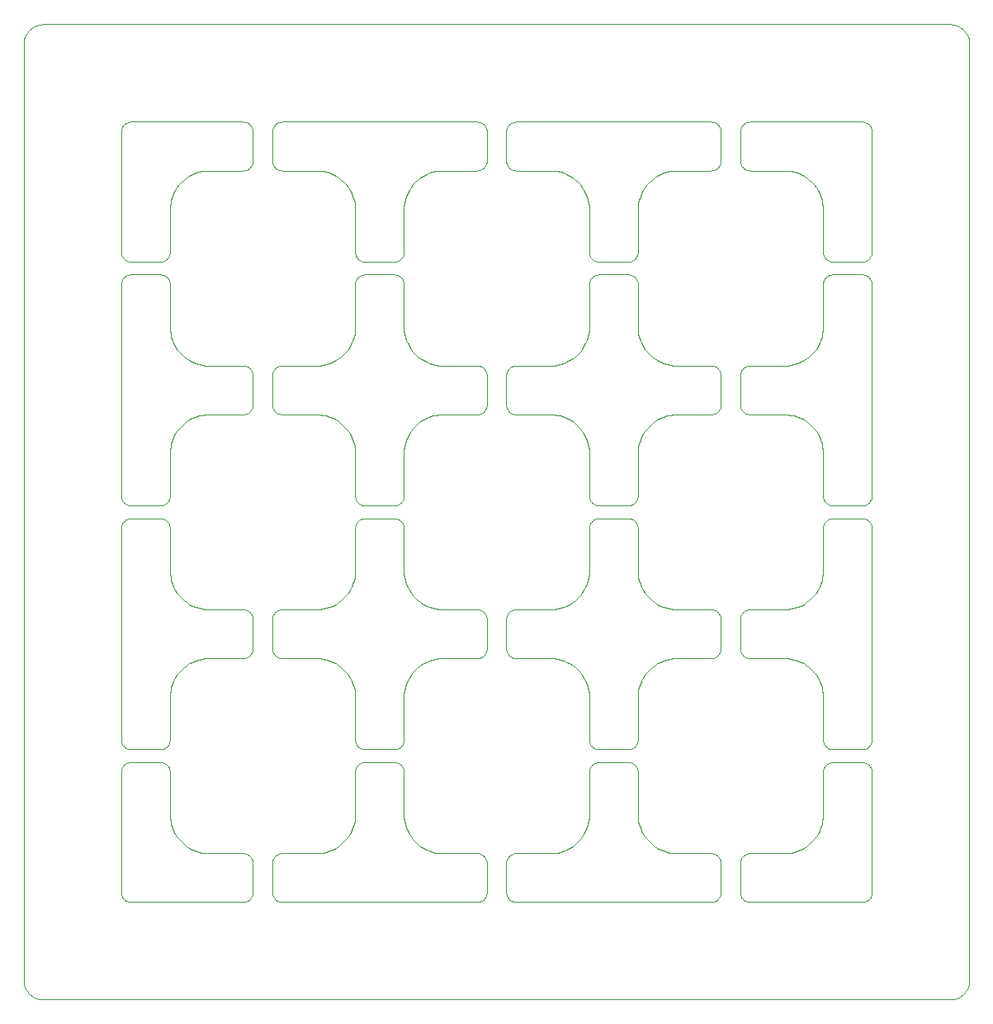
<source format=gko>
%MOIN*%
%OFA0B0*%
%FSLAX36Y36*%
%IPPOS*%
%LPD*%
%ADD10C,0*%
D10*
X003740156Y000000000D02*
X003740156Y000000000D01*
X003749647Y000000573D01*
X003759000Y000002287D01*
X003768078Y000005115D01*
X003776748Y000009018D01*
X003784885Y000013937D01*
X003792370Y000019801D01*
X003799094Y000026524D01*
X003804958Y000034009D01*
X003809877Y000042146D01*
X003813779Y000050817D01*
X003816608Y000059895D01*
X003818322Y000069248D01*
X003818896Y000078739D01*
X003818896Y003858266D01*
X003818322Y003867757D01*
X003816608Y003877110D01*
X003813779Y003886188D01*
X003809877Y003894859D01*
X003804958Y003902996D01*
X003799094Y003910481D01*
X003792370Y003917204D01*
X003784885Y003923068D01*
X003776748Y003927987D01*
X003768078Y003931891D01*
X003759000Y003934718D01*
X003749647Y003936432D01*
X003740156Y003937006D01*
X000078739Y003937006D01*
X000069248Y003936432D01*
X000059895Y003934718D01*
X000050817Y003931891D01*
X000042146Y003927987D01*
X000034009Y003923068D01*
X000026524Y003917204D01*
X000019801Y003910481D01*
X000013937Y003902996D01*
X000009018Y003894859D01*
X000005115Y003886188D01*
X000002287Y003877110D01*
X000000573Y003867757D01*
X000000000Y003858266D01*
X000000000Y000078739D01*
X000000573Y000069248D01*
X000002287Y000059895D01*
X000005115Y000050817D01*
X000009018Y000042146D01*
X000013937Y000034009D01*
X000019801Y000026524D01*
X000026524Y000019801D01*
X000034009Y000013937D01*
X000042146Y000009018D01*
X000050817Y000005115D01*
X000059895Y000002287D01*
X000069248Y000000573D01*
X000078739Y000000000D01*
X003740156Y000000000D01*
X002283464Y002204724D02*
X002283464Y002204724D01*
X002282866Y002218448D01*
X002281070Y002232070D01*
X002278098Y002245484D01*
X002273968Y002258586D01*
X002268708Y002271279D01*
X002262365Y002283464D01*
X002254983Y002295051D01*
X002246622Y002305952D01*
X002237338Y002316078D01*
X002227212Y002325362D01*
X002216311Y002333724D01*
X002204724Y002341105D01*
X002192539Y002347448D01*
X002179846Y002352708D01*
X002166744Y002356838D01*
X002153330Y002359811D01*
X002139708Y002361606D01*
X002125984Y002362204D01*
X001988090Y002362204D01*
X001985001Y002362326D01*
X001981931Y002362689D01*
X001978899Y002363292D01*
X001975924Y002364131D01*
X001973024Y002365201D01*
X001970216Y002366495D01*
X001967519Y002368006D01*
X001964949Y002369723D01*
X001962521Y002371637D01*
X001960251Y002373735D01*
X001958153Y002376005D01*
X001956239Y002378433D01*
X001954521Y002381003D01*
X001953011Y002383701D01*
X001951717Y002386508D01*
X001950647Y002389408D01*
X001949808Y002392384D01*
X001949205Y002395415D01*
X001948841Y002398485D01*
X001948720Y002401574D01*
X001948720Y002519685D01*
X001948841Y002522773D01*
X001949205Y002525843D01*
X001949808Y002528875D01*
X001950647Y002531851D01*
X001951717Y002534751D01*
X001953011Y002537558D01*
X001954521Y002540255D01*
X001956239Y002542826D01*
X001958153Y002545253D01*
X001960251Y002547523D01*
X001962521Y002549622D01*
X001964949Y002551536D01*
X001967519Y002553253D01*
X001970216Y002554764D01*
X001973024Y002556058D01*
X001975924Y002557128D01*
X001978899Y002557967D01*
X001981931Y002558570D01*
X001985001Y002558933D01*
X001988090Y002559055D01*
X002125984Y002559055D01*
X002139708Y002559653D01*
X002153330Y002561448D01*
X002166744Y002564421D01*
X002179846Y002568551D01*
X002192539Y002573811D01*
X002204724Y002580153D01*
X002216311Y002587535D01*
X002227212Y002595897D01*
X002237338Y002605181D01*
X002246622Y002615311D01*
X002254983Y002626208D01*
X002262365Y002637795D01*
X002268708Y002649980D01*
X002273968Y002662673D01*
X002278098Y002675775D01*
X002281070Y002689188D01*
X002282866Y002702811D01*
X002283464Y002716535D01*
X002283464Y002887468D01*
X002283585Y002890556D01*
X002283949Y002893626D01*
X002284552Y002896658D01*
X002285391Y002899634D01*
X002286461Y002902534D01*
X002287755Y002905341D01*
X002289266Y002908038D01*
X002290983Y002910609D01*
X002292897Y002913036D01*
X002294995Y002915306D01*
X002297265Y002917405D01*
X002299693Y002919319D01*
X002302263Y002921036D01*
X002304961Y002922547D01*
X002307768Y002923841D01*
X002310668Y002924911D01*
X002313643Y002925750D01*
X002316675Y002926353D01*
X002319745Y002926716D01*
X002322834Y002926838D01*
X002440944Y002926838D01*
X002444033Y002926716D01*
X002447103Y002926353D01*
X002450135Y002925750D01*
X002453110Y002924911D01*
X002456011Y002923841D01*
X002458818Y002922547D01*
X002461515Y002921036D01*
X002464086Y002919319D01*
X002466513Y002917405D01*
X002468783Y002915306D01*
X002470882Y002913036D01*
X002472795Y002910609D01*
X002474513Y002908038D01*
X002476023Y002905341D01*
X002477318Y002902534D01*
X002478388Y002899634D01*
X002479227Y002896658D01*
X002479830Y002893626D01*
X002480193Y002890556D01*
X002480314Y002887468D01*
X002480314Y002716535D01*
X002480913Y002702811D01*
X002482708Y002689188D01*
X002485681Y002675775D01*
X002489811Y002662673D01*
X002495070Y002649980D01*
X002501413Y002637795D01*
X002508795Y002626208D01*
X002517157Y002615311D01*
X002526440Y002605181D01*
X002536570Y002595897D01*
X002547468Y002587535D01*
X002559055Y002580153D01*
X002571240Y002573811D01*
X002583933Y002568551D01*
X002597035Y002564421D01*
X002610448Y002561448D01*
X002624070Y002559653D01*
X002637795Y002559055D01*
X002775689Y002559055D01*
X002778777Y002558933D01*
X002781847Y002558570D01*
X002784879Y002557967D01*
X002787855Y002557128D01*
X002790755Y002556058D01*
X002793562Y002554764D01*
X002796259Y002553253D01*
X002798830Y002551536D01*
X002801257Y002549622D01*
X002803527Y002547523D01*
X002805626Y002545253D01*
X002807540Y002542826D01*
X002809257Y002540255D01*
X002810768Y002537558D01*
X002812062Y002534751D01*
X002813132Y002531851D01*
X002813971Y002528875D01*
X002814574Y002525843D01*
X002814937Y002522773D01*
X002815059Y002519685D01*
X002815059Y002401574D01*
X002814937Y002398485D01*
X002814574Y002395415D01*
X002813971Y002392384D01*
X002813132Y002389408D01*
X002812062Y002386508D01*
X002810768Y002383701D01*
X002809257Y002381003D01*
X002807540Y002378433D01*
X002805626Y002376005D01*
X002803527Y002373735D01*
X002801257Y002371637D01*
X002798830Y002369723D01*
X002796259Y002368006D01*
X002793562Y002366495D01*
X002790755Y002365201D01*
X002787855Y002364131D01*
X002784879Y002363292D01*
X002781847Y002362689D01*
X002778777Y002362326D01*
X002775689Y002362204D01*
X002637795Y002362204D01*
X002624070Y002361606D01*
X002610448Y002359811D01*
X002597035Y002356838D01*
X002583933Y002352708D01*
X002571240Y002347448D01*
X002559055Y002341105D01*
X002547468Y002333724D01*
X002536570Y002325362D01*
X002526440Y002316078D01*
X002517157Y002305952D01*
X002508795Y002295051D01*
X002501413Y002283464D01*
X002495070Y002271279D01*
X002489811Y002258586D01*
X002485681Y002245484D01*
X002482708Y002232070D01*
X002480913Y002218448D01*
X002480314Y002204724D01*
X002480314Y002033791D01*
X002480193Y002030702D01*
X002479830Y002027632D01*
X002479227Y002024601D01*
X002478388Y002021625D01*
X002477318Y002018725D01*
X002476023Y002015918D01*
X002474513Y002013221D01*
X002472795Y002010650D01*
X002470882Y002008223D01*
X002468783Y002005952D01*
X002466513Y002003854D01*
X002464086Y002001940D01*
X002461515Y002000223D01*
X002458818Y001998712D01*
X002456011Y001997418D01*
X002453110Y001996348D01*
X002450135Y001995509D01*
X002447103Y001994906D01*
X002444033Y001994543D01*
X002440944Y001994421D01*
X002322834Y001994421D01*
X002319745Y001994543D01*
X002316675Y001994906D01*
X002313643Y001995509D01*
X002310668Y001996348D01*
X002307768Y001997418D01*
X002304961Y001998712D01*
X002302263Y002000223D01*
X002299693Y002001940D01*
X002297265Y002003854D01*
X002294995Y002005952D01*
X002292897Y002008223D01*
X002290983Y002010650D01*
X002289266Y002013221D01*
X002287755Y002015918D01*
X002286461Y002018725D01*
X002285391Y002021625D01*
X002284552Y002024601D01*
X002283949Y002027632D01*
X002283585Y002030702D01*
X002283464Y002033791D01*
X002283464Y002204724D01*
X001338582Y002204724D02*
X001338582Y002204724D01*
X001337984Y002218448D01*
X001336188Y002232070D01*
X001333216Y002245484D01*
X001329086Y002258586D01*
X001323826Y002271279D01*
X001317483Y002283464D01*
X001310101Y002295051D01*
X001301740Y002305952D01*
X001292456Y002316078D01*
X001282330Y002325362D01*
X001271429Y002333724D01*
X001259842Y002341105D01*
X001247657Y002347448D01*
X001234964Y002352708D01*
X001221862Y002356838D01*
X001208448Y002359811D01*
X001194826Y002361606D01*
X001181102Y002362204D01*
X001043208Y002362204D01*
X001040119Y002362326D01*
X001037049Y002362689D01*
X001034017Y002363292D01*
X001031042Y002364131D01*
X001028142Y002365201D01*
X001025334Y002366495D01*
X001022637Y002368006D01*
X001020067Y002369723D01*
X001017639Y002371637D01*
X001015369Y002373735D01*
X001013271Y002376005D01*
X001011357Y002378433D01*
X001009640Y002381003D01*
X001008129Y002383701D01*
X001006835Y002386508D01*
X001005765Y002389408D01*
X001004926Y002392384D01*
X001004323Y002395415D01*
X001003959Y002398485D01*
X001003838Y002401574D01*
X001003838Y002519685D01*
X001003959Y002522773D01*
X001004323Y002525843D01*
X001004926Y002528875D01*
X001005765Y002531851D01*
X001006835Y002534751D01*
X001008129Y002537558D01*
X001009640Y002540255D01*
X001011357Y002542826D01*
X001013271Y002545253D01*
X001015369Y002547523D01*
X001017639Y002549622D01*
X001020067Y002551536D01*
X001022637Y002553253D01*
X001025334Y002554764D01*
X001028142Y002556058D01*
X001031042Y002557128D01*
X001034017Y002557967D01*
X001037049Y002558570D01*
X001040119Y002558933D01*
X001043208Y002559055D01*
X001181102Y002559055D01*
X001194826Y002559653D01*
X001208448Y002561448D01*
X001221862Y002564421D01*
X001234964Y002568551D01*
X001247657Y002573811D01*
X001259842Y002580153D01*
X001271429Y002587535D01*
X001282330Y002595897D01*
X001292456Y002605181D01*
X001301740Y002615311D01*
X001310101Y002626208D01*
X001317483Y002637795D01*
X001323826Y002649980D01*
X001329086Y002662673D01*
X001333216Y002675775D01*
X001336188Y002689188D01*
X001337984Y002702811D01*
X001338582Y002716535D01*
X001338582Y002887468D01*
X001338704Y002890556D01*
X001339067Y002893626D01*
X001339670Y002896658D01*
X001340509Y002899634D01*
X001341579Y002902534D01*
X001342873Y002905341D01*
X001344384Y002908038D01*
X001346101Y002910609D01*
X001348015Y002913036D01*
X001350113Y002915306D01*
X001352383Y002917405D01*
X001354811Y002919319D01*
X001357381Y002921036D01*
X001360079Y002922547D01*
X001362886Y002923841D01*
X001365786Y002924911D01*
X001368761Y002925750D01*
X001371793Y002926353D01*
X001374863Y002926716D01*
X001377952Y002926838D01*
X001496062Y002926838D01*
X001499151Y002926716D01*
X001502221Y002926353D01*
X001505253Y002925750D01*
X001508229Y002924911D01*
X001511129Y002923841D01*
X001513936Y002922547D01*
X001516633Y002921036D01*
X001519204Y002919319D01*
X001521631Y002917405D01*
X001523901Y002915306D01*
X001526000Y002913036D01*
X001527914Y002910609D01*
X001529631Y002908038D01*
X001531141Y002905341D01*
X001532436Y002902534D01*
X001533506Y002899634D01*
X001534345Y002896658D01*
X001534948Y002893626D01*
X001535311Y002890556D01*
X001535433Y002887468D01*
X001535433Y002716535D01*
X001536031Y002702811D01*
X001537826Y002689188D01*
X001540799Y002675775D01*
X001544929Y002662673D01*
X001550188Y002649980D01*
X001556531Y002637795D01*
X001563913Y002626208D01*
X001572275Y002615311D01*
X001581559Y002605181D01*
X001591688Y002595897D01*
X001602586Y002587535D01*
X001614173Y002580153D01*
X001626358Y002573811D01*
X001639051Y002568551D01*
X001652153Y002564421D01*
X001665566Y002561448D01*
X001679188Y002559653D01*
X001692913Y002559055D01*
X001830807Y002559055D01*
X001833896Y002558933D01*
X001836965Y002558570D01*
X001839997Y002557967D01*
X001842973Y002557128D01*
X001845873Y002556058D01*
X001848680Y002554764D01*
X001851377Y002553253D01*
X001853948Y002551536D01*
X001856375Y002549622D01*
X001858645Y002547523D01*
X001860744Y002545253D01*
X001862658Y002542826D01*
X001864375Y002540255D01*
X001865886Y002537558D01*
X001867180Y002534751D01*
X001868250Y002531851D01*
X001869089Y002528875D01*
X001869692Y002525843D01*
X001870055Y002522773D01*
X001870177Y002519685D01*
X001870177Y002401574D01*
X001870055Y002398485D01*
X001869692Y002395415D01*
X001869089Y002392384D01*
X001868250Y002389408D01*
X001867180Y002386508D01*
X001865886Y002383701D01*
X001864375Y002381003D01*
X001862658Y002378433D01*
X001860744Y002376005D01*
X001858645Y002373735D01*
X001856375Y002371637D01*
X001853948Y002369723D01*
X001851377Y002368006D01*
X001848680Y002366495D01*
X001845873Y002365201D01*
X001842973Y002364131D01*
X001839997Y002363292D01*
X001836965Y002362689D01*
X001833896Y002362326D01*
X001830807Y002362204D01*
X001692913Y002362204D01*
X001679188Y002361606D01*
X001665566Y002359811D01*
X001652153Y002356838D01*
X001639051Y002352708D01*
X001626358Y002347448D01*
X001614173Y002341105D01*
X001602586Y002333724D01*
X001591688Y002325362D01*
X001581559Y002316078D01*
X001572275Y002305952D01*
X001563913Y002295051D01*
X001556531Y002283464D01*
X001550188Y002271279D01*
X001544929Y002258586D01*
X001540799Y002245484D01*
X001537826Y002232070D01*
X001536031Y002218448D01*
X001535433Y002204724D01*
X001535433Y002033791D01*
X001535311Y002030702D01*
X001534948Y002027632D01*
X001534345Y002024601D01*
X001533506Y002021625D01*
X001532436Y002018725D01*
X001531141Y002015918D01*
X001529631Y002013221D01*
X001527914Y002010650D01*
X001526000Y002008223D01*
X001523901Y002005952D01*
X001521631Y002003854D01*
X001519204Y002001940D01*
X001516633Y002000223D01*
X001513936Y001998712D01*
X001511129Y001997418D01*
X001508229Y001996348D01*
X001505253Y001995509D01*
X001502221Y001994906D01*
X001499151Y001994543D01*
X001496062Y001994421D01*
X001377952Y001994421D01*
X001374863Y001994543D01*
X001371793Y001994906D01*
X001368761Y001995509D01*
X001365786Y001996348D01*
X001362886Y001997418D01*
X001360079Y001998712D01*
X001357381Y002000223D01*
X001354811Y002001940D01*
X001352383Y002003854D01*
X001350113Y002005952D01*
X001348015Y002008223D01*
X001346101Y002010650D01*
X001344384Y002013221D01*
X001342873Y002015918D01*
X001341579Y002018725D01*
X001340509Y002021625D01*
X001339670Y002024601D01*
X001339067Y002027632D01*
X001338704Y002030702D01*
X001338582Y002033791D01*
X001338582Y002204724D01*
X002283464Y001220472D02*
X002283464Y001220472D01*
X002282866Y001234196D01*
X002281070Y001247818D01*
X002278098Y001261232D01*
X002273968Y001274334D01*
X002268708Y001287027D01*
X002262365Y001299212D01*
X002254983Y001310799D01*
X002246622Y001321700D01*
X002237338Y001331826D01*
X002227212Y001341110D01*
X002216311Y001349472D01*
X002204724Y001356853D01*
X002192539Y001363196D01*
X002179846Y001368456D01*
X002166744Y001372586D01*
X002153330Y001375559D01*
X002139708Y001377354D01*
X002125984Y001377952D01*
X001988090Y001377952D01*
X001985001Y001378074D01*
X001981931Y001378437D01*
X001978899Y001379040D01*
X001975924Y001379879D01*
X001973024Y001380949D01*
X001970216Y001382243D01*
X001967519Y001383754D01*
X001964949Y001385471D01*
X001962521Y001387385D01*
X001960251Y001389483D01*
X001958153Y001391754D01*
X001956239Y001394181D01*
X001954521Y001396752D01*
X001953011Y001399449D01*
X001951717Y001402256D01*
X001950647Y001405156D01*
X001949808Y001408132D01*
X001949205Y001411163D01*
X001948841Y001414233D01*
X001948720Y001417322D01*
X001948720Y001535433D01*
X001948841Y001538522D01*
X001949205Y001541591D01*
X001949808Y001544623D01*
X001950647Y001547599D01*
X001951717Y001550499D01*
X001953011Y001553306D01*
X001954521Y001556003D01*
X001956239Y001558574D01*
X001958153Y001561001D01*
X001960251Y001563271D01*
X001962521Y001565370D01*
X001964949Y001567284D01*
X001967519Y001569001D01*
X001970216Y001570512D01*
X001973024Y001571806D01*
X001975924Y001572876D01*
X001978899Y001573715D01*
X001981931Y001574318D01*
X001985001Y001574681D01*
X001988090Y001574803D01*
X002125984Y001574803D01*
X002139708Y001575401D01*
X002153330Y001577196D01*
X002166744Y001580169D01*
X002179846Y001584299D01*
X002192539Y001589559D01*
X002204724Y001595901D01*
X002216311Y001603283D01*
X002227212Y001611645D01*
X002237338Y001620929D01*
X002246622Y001631059D01*
X002254983Y001641956D01*
X002262365Y001653543D01*
X002268708Y001665728D01*
X002273968Y001678421D01*
X002278098Y001691523D01*
X002281070Y001704937D01*
X002282866Y001718559D01*
X002283464Y001732283D01*
X002283464Y001903216D01*
X002283585Y001906304D01*
X002283949Y001909374D01*
X002284552Y001912406D01*
X002285391Y001915382D01*
X002286461Y001918282D01*
X002287755Y001921089D01*
X002289266Y001923786D01*
X002290983Y001926357D01*
X002292897Y001928784D01*
X002294995Y001931054D01*
X002297265Y001933153D01*
X002299693Y001935067D01*
X002302263Y001936784D01*
X002304961Y001938295D01*
X002307768Y001939589D01*
X002310668Y001940659D01*
X002313643Y001941498D01*
X002316675Y001942101D01*
X002319745Y001942464D01*
X002322834Y001942586D01*
X002440944Y001942586D01*
X002444033Y001942464D01*
X002447103Y001942101D01*
X002450135Y001941498D01*
X002453110Y001940659D01*
X002456011Y001939589D01*
X002458818Y001938295D01*
X002461515Y001936784D01*
X002464086Y001935067D01*
X002466513Y001933153D01*
X002468783Y001931054D01*
X002470882Y001928784D01*
X002472795Y001926357D01*
X002474513Y001923786D01*
X002476023Y001921089D01*
X002477318Y001918282D01*
X002478388Y001915382D01*
X002479227Y001912406D01*
X002479830Y001909374D01*
X002480193Y001906304D01*
X002480314Y001903216D01*
X002480314Y001732283D01*
X002480913Y001718559D01*
X002482708Y001704937D01*
X002485681Y001691523D01*
X002489811Y001678421D01*
X002495070Y001665728D01*
X002501413Y001653543D01*
X002508795Y001641956D01*
X002517157Y001631059D01*
X002526440Y001620929D01*
X002536570Y001611645D01*
X002547468Y001603283D01*
X002559055Y001595901D01*
X002571240Y001589559D01*
X002583933Y001584299D01*
X002597035Y001580169D01*
X002610448Y001577196D01*
X002624070Y001575401D01*
X002637795Y001574803D01*
X002775689Y001574803D01*
X002778777Y001574681D01*
X002781847Y001574318D01*
X002784879Y001573715D01*
X002787855Y001572876D01*
X002790755Y001571806D01*
X002793562Y001570512D01*
X002796259Y001569001D01*
X002798830Y001567284D01*
X002801257Y001565370D01*
X002803527Y001563271D01*
X002805626Y001561001D01*
X002807540Y001558574D01*
X002809257Y001556003D01*
X002810768Y001553306D01*
X002812062Y001550499D01*
X002813132Y001547599D01*
X002813971Y001544623D01*
X002814574Y001541591D01*
X002814937Y001538522D01*
X002815059Y001535433D01*
X002815059Y001417322D01*
X002814937Y001414233D01*
X002814574Y001411163D01*
X002813971Y001408132D01*
X002813132Y001405156D01*
X002812062Y001402256D01*
X002810768Y001399449D01*
X002809257Y001396752D01*
X002807540Y001394181D01*
X002805626Y001391754D01*
X002803527Y001389483D01*
X002801257Y001387385D01*
X002798830Y001385471D01*
X002796259Y001383754D01*
X002793562Y001382243D01*
X002790755Y001380949D01*
X002787855Y001379879D01*
X002784879Y001379040D01*
X002781847Y001378437D01*
X002778777Y001378074D01*
X002775689Y001377952D01*
X002637795Y001377952D01*
X002624070Y001377354D01*
X002610448Y001375559D01*
X002597035Y001372586D01*
X002583933Y001368456D01*
X002571240Y001363196D01*
X002559055Y001356853D01*
X002547468Y001349472D01*
X002536570Y001341110D01*
X002526440Y001331826D01*
X002517157Y001321700D01*
X002508795Y001310799D01*
X002501413Y001299212D01*
X002495070Y001287027D01*
X002489811Y001274334D01*
X002485681Y001261232D01*
X002482708Y001247818D01*
X002480913Y001234196D01*
X002480314Y001220472D01*
X002480314Y001049539D01*
X002480193Y001046450D01*
X002479830Y001043381D01*
X002479227Y001040349D01*
X002478388Y001037373D01*
X002477318Y001034473D01*
X002476023Y001031666D01*
X002474513Y001028969D01*
X002472795Y001026398D01*
X002470882Y001023971D01*
X002468783Y001021701D01*
X002466513Y001019602D01*
X002464086Y001017688D01*
X002461515Y001015971D01*
X002458818Y001014460D01*
X002456011Y001013166D01*
X002453110Y001012096D01*
X002450135Y001011257D01*
X002447103Y001010654D01*
X002444033Y001010291D01*
X002440944Y001010169D01*
X002322834Y001010169D01*
X002319745Y001010291D01*
X002316675Y001010654D01*
X002313643Y001011257D01*
X002310668Y001012096D01*
X002307768Y001013166D01*
X002304961Y001014460D01*
X002302263Y001015971D01*
X002299693Y001017688D01*
X002297265Y001019602D01*
X002294995Y001021701D01*
X002292897Y001023971D01*
X002290983Y001026398D01*
X002289266Y001028969D01*
X002287755Y001031666D01*
X002286461Y001034473D01*
X002285391Y001037373D01*
X002284552Y001040349D01*
X002283949Y001043381D01*
X002283585Y001046450D01*
X002283464Y001049539D01*
X002283464Y001220472D01*
X001338582Y001220472D02*
X001338582Y001220472D01*
X001337984Y001234196D01*
X001336188Y001247818D01*
X001333216Y001261232D01*
X001329086Y001274334D01*
X001323826Y001287027D01*
X001317483Y001299212D01*
X001310101Y001310799D01*
X001301740Y001321700D01*
X001292456Y001331826D01*
X001282330Y001341110D01*
X001271429Y001349472D01*
X001259842Y001356853D01*
X001247657Y001363196D01*
X001234964Y001368456D01*
X001221862Y001372586D01*
X001208448Y001375559D01*
X001194826Y001377354D01*
X001181102Y001377952D01*
X001043208Y001377952D01*
X001040119Y001378074D01*
X001037049Y001378437D01*
X001034017Y001379040D01*
X001031042Y001379879D01*
X001028142Y001380949D01*
X001025334Y001382243D01*
X001022637Y001383754D01*
X001020067Y001385471D01*
X001017639Y001387385D01*
X001015369Y001389483D01*
X001013271Y001391754D01*
X001011357Y001394181D01*
X001009640Y001396752D01*
X001008129Y001399449D01*
X001006835Y001402256D01*
X001005765Y001405156D01*
X001004926Y001408132D01*
X001004323Y001411163D01*
X001003959Y001414233D01*
X001003838Y001417322D01*
X001003838Y001535433D01*
X001003959Y001538522D01*
X001004323Y001541591D01*
X001004926Y001544623D01*
X001005765Y001547599D01*
X001006835Y001550499D01*
X001008129Y001553306D01*
X001009640Y001556003D01*
X001011357Y001558574D01*
X001013271Y001561001D01*
X001015369Y001563271D01*
X001017639Y001565370D01*
X001020067Y001567284D01*
X001022637Y001569001D01*
X001025334Y001570512D01*
X001028142Y001571806D01*
X001031042Y001572876D01*
X001034017Y001573715D01*
X001037049Y001574318D01*
X001040119Y001574681D01*
X001043208Y001574803D01*
X001181102Y001574803D01*
X001194826Y001575401D01*
X001208448Y001577196D01*
X001221862Y001580169D01*
X001234964Y001584299D01*
X001247657Y001589559D01*
X001259842Y001595901D01*
X001271429Y001603283D01*
X001282330Y001611645D01*
X001292456Y001620929D01*
X001301740Y001631059D01*
X001310101Y001641956D01*
X001317483Y001653543D01*
X001323826Y001665728D01*
X001329086Y001678421D01*
X001333216Y001691523D01*
X001336188Y001704937D01*
X001337984Y001718559D01*
X001338582Y001732283D01*
X001338582Y001903216D01*
X001338704Y001906304D01*
X001339067Y001909374D01*
X001339670Y001912406D01*
X001340509Y001915382D01*
X001341579Y001918282D01*
X001342873Y001921089D01*
X001344384Y001923786D01*
X001346101Y001926357D01*
X001348015Y001928784D01*
X001350113Y001931054D01*
X001352383Y001933153D01*
X001354811Y001935067D01*
X001357381Y001936784D01*
X001360079Y001938295D01*
X001362886Y001939589D01*
X001365786Y001940659D01*
X001368761Y001941498D01*
X001371793Y001942101D01*
X001374863Y001942464D01*
X001377952Y001942586D01*
X001496062Y001942586D01*
X001499151Y001942464D01*
X001502221Y001942101D01*
X001505253Y001941498D01*
X001508229Y001940659D01*
X001511129Y001939589D01*
X001513936Y001938295D01*
X001516633Y001936784D01*
X001519204Y001935067D01*
X001521631Y001933153D01*
X001523901Y001931054D01*
X001526000Y001928784D01*
X001527914Y001926357D01*
X001529631Y001923786D01*
X001531141Y001921089D01*
X001532436Y001918282D01*
X001533506Y001915382D01*
X001534345Y001912406D01*
X001534948Y001909374D01*
X001535311Y001906304D01*
X001535433Y001903216D01*
X001535433Y001732283D01*
X001536031Y001718559D01*
X001537826Y001704937D01*
X001540799Y001691523D01*
X001544929Y001678421D01*
X001550188Y001665728D01*
X001556531Y001653543D01*
X001563913Y001641956D01*
X001572275Y001631059D01*
X001581559Y001620929D01*
X001591688Y001611645D01*
X001602586Y001603283D01*
X001614173Y001595901D01*
X001626358Y001589559D01*
X001639051Y001584299D01*
X001652153Y001580169D01*
X001665566Y001577196D01*
X001679188Y001575401D01*
X001692913Y001574803D01*
X001830807Y001574803D01*
X001833896Y001574681D01*
X001836965Y001574318D01*
X001839997Y001573715D01*
X001842973Y001572876D01*
X001845873Y001571806D01*
X001848680Y001570512D01*
X001851377Y001569001D01*
X001853948Y001567284D01*
X001856375Y001565370D01*
X001858645Y001563271D01*
X001860744Y001561001D01*
X001862658Y001558574D01*
X001864375Y001556003D01*
X001865886Y001553306D01*
X001867180Y001550499D01*
X001868250Y001547599D01*
X001869089Y001544623D01*
X001869692Y001541591D01*
X001870055Y001538522D01*
X001870177Y001535433D01*
X001870177Y001417322D01*
X001870055Y001414233D01*
X001869692Y001411163D01*
X001869089Y001408132D01*
X001868250Y001405156D01*
X001867180Y001402256D01*
X001865886Y001399449D01*
X001864375Y001396752D01*
X001862658Y001394181D01*
X001860744Y001391754D01*
X001858645Y001389483D01*
X001856375Y001387385D01*
X001853948Y001385471D01*
X001851377Y001383754D01*
X001848680Y001382243D01*
X001845873Y001380949D01*
X001842973Y001379879D01*
X001839997Y001379040D01*
X001836965Y001378437D01*
X001833896Y001378074D01*
X001830807Y001377952D01*
X001692913Y001377952D01*
X001679188Y001377354D01*
X001665566Y001375559D01*
X001652153Y001372586D01*
X001639051Y001368456D01*
X001626358Y001363196D01*
X001614173Y001356853D01*
X001602586Y001349472D01*
X001591688Y001341110D01*
X001581559Y001331826D01*
X001572275Y001321700D01*
X001563913Y001310799D01*
X001556531Y001299212D01*
X001550188Y001287027D01*
X001544929Y001274334D01*
X001540799Y001261232D01*
X001537826Y001247818D01*
X001536031Y001234196D01*
X001535433Y001220472D01*
X001535433Y001049539D01*
X001535311Y001046450D01*
X001534948Y001043381D01*
X001534345Y001040349D01*
X001533506Y001037373D01*
X001532436Y001034473D01*
X001531141Y001031666D01*
X001529631Y001028969D01*
X001527914Y001026398D01*
X001526000Y001023971D01*
X001523901Y001021701D01*
X001521631Y001019602D01*
X001519204Y001017688D01*
X001516633Y001015971D01*
X001513936Y001014460D01*
X001511129Y001013166D01*
X001508229Y001012096D01*
X001505253Y001011257D01*
X001502221Y001010654D01*
X001499151Y001010291D01*
X001496062Y001010169D01*
X001377952Y001010169D01*
X001374863Y001010291D01*
X001371793Y001010654D01*
X001368761Y001011257D01*
X001365786Y001012096D01*
X001362886Y001013166D01*
X001360079Y001014460D01*
X001357381Y001015971D01*
X001354811Y001017688D01*
X001352383Y001019602D01*
X001350113Y001021701D01*
X001348015Y001023971D01*
X001346101Y001026398D01*
X001344384Y001028969D01*
X001342873Y001031666D01*
X001341579Y001034473D01*
X001340509Y001037373D01*
X001339670Y001040349D01*
X001339067Y001043381D01*
X001338704Y001046450D01*
X001338582Y001049539D01*
X001338582Y001220472D01*
X003425195Y002887466D02*
X003425195Y002887466D01*
X003425195Y002033793D01*
X003425074Y002030704D01*
X003424710Y002027634D01*
X003424107Y002024602D01*
X003423268Y002021627D01*
X003422198Y002018727D01*
X003420904Y002015920D01*
X003419394Y002013223D01*
X003417676Y002010652D01*
X003415762Y002008225D01*
X003413664Y002005955D01*
X003411394Y002003856D01*
X003408967Y002001942D01*
X003406396Y002000225D01*
X003403699Y001998714D01*
X003400892Y001997420D01*
X003397992Y001996350D01*
X003395016Y001995511D01*
X003391984Y001994908D01*
X003388915Y001994544D01*
X003385826Y001994423D01*
X003267717Y001994421D01*
X003264628Y001994543D01*
X003261558Y001994906D01*
X003258526Y001995509D01*
X003255550Y001996348D01*
X003252650Y001997418D01*
X003249843Y001998712D01*
X003247146Y002000223D01*
X003244575Y002001940D01*
X003242147Y002003854D01*
X003239877Y002005952D01*
X003237779Y002008222D01*
X003235865Y002010650D01*
X003234148Y002013220D01*
X003232637Y002015918D01*
X003231343Y002018725D01*
X003230273Y002021625D01*
X003229434Y002024600D01*
X003228831Y002027632D01*
X003228467Y002030702D01*
X003228346Y002033791D01*
X003228346Y002204724D01*
X003227748Y002218448D01*
X003225952Y002232070D01*
X003222980Y002245484D01*
X003218850Y002258586D01*
X003213590Y002271279D01*
X003207247Y002283464D01*
X003199865Y002295051D01*
X003191503Y002305952D01*
X003182220Y002316078D01*
X003172094Y002325362D01*
X003161192Y002333724D01*
X003149606Y002341105D01*
X003137421Y002347448D01*
X003124727Y002352708D01*
X003111625Y002356838D01*
X003098212Y002359811D01*
X003084590Y002361606D01*
X003070866Y002362204D01*
X002932972Y002362204D01*
X002929883Y002362326D01*
X002926813Y002362689D01*
X002923781Y002363292D01*
X002920806Y002364131D01*
X002917906Y002365201D01*
X002915098Y002366495D01*
X002912401Y002368006D01*
X002909831Y002369723D01*
X002907403Y002371637D01*
X002905133Y002373735D01*
X002903035Y002376005D01*
X002901121Y002378433D01*
X002899403Y002381003D01*
X002897893Y002383701D01*
X002896599Y002386508D01*
X002895529Y002389408D01*
X002894690Y002392384D01*
X002894087Y002395415D01*
X002893723Y002398485D01*
X002893602Y002401574D01*
X002893602Y002519685D01*
X002893723Y002522773D01*
X002894087Y002525843D01*
X002894690Y002528875D01*
X002895529Y002531851D01*
X002896599Y002534751D01*
X002897893Y002537558D01*
X002899403Y002540255D01*
X002901121Y002542826D01*
X002903035Y002545253D01*
X002905133Y002547523D01*
X002907403Y002549622D01*
X002909831Y002551536D01*
X002912401Y002553253D01*
X002915098Y002554764D01*
X002917906Y002556058D01*
X002920806Y002557128D01*
X002923781Y002557967D01*
X002926813Y002558570D01*
X002929883Y002558933D01*
X002932972Y002559055D01*
X003070866Y002559055D01*
X003084590Y002559653D01*
X003098212Y002561448D01*
X003111625Y002564421D01*
X003124727Y002568551D01*
X003137421Y002573811D01*
X003149606Y002580153D01*
X003161192Y002587535D01*
X003172094Y002595897D01*
X003182220Y002605181D01*
X003191503Y002615311D01*
X003199865Y002626208D01*
X003207247Y002637795D01*
X003213590Y002649980D01*
X003218850Y002662673D01*
X003222980Y002675775D01*
X003225952Y002689188D01*
X003227748Y002702811D01*
X003228346Y002716535D01*
X003228346Y002887468D01*
X003228467Y002890556D01*
X003228831Y002893626D01*
X003229434Y002896658D01*
X003230273Y002899634D01*
X003231343Y002902534D01*
X003232637Y002905341D01*
X003234148Y002908039D01*
X003235865Y002910609D01*
X003237779Y002913037D01*
X003239877Y002915307D01*
X003242147Y002917405D01*
X003244575Y002919319D01*
X003247146Y002921036D01*
X003249843Y002922547D01*
X003252650Y002923841D01*
X003255550Y002924911D01*
X003258526Y002925750D01*
X003261558Y002926353D01*
X003264628Y002926716D01*
X003267717Y002926838D01*
X003385826Y002926836D01*
X003388915Y002926714D01*
X003391984Y002926351D01*
X003395016Y002925748D01*
X003397992Y002924909D01*
X003400892Y002923839D01*
X003403699Y002922545D01*
X003406396Y002921034D01*
X003408967Y002919317D01*
X003411394Y002917403D01*
X003413664Y002915304D01*
X003415762Y002913034D01*
X003417676Y002910607D01*
X003419394Y002908036D01*
X003420904Y002905339D01*
X003422198Y002902532D01*
X003423268Y002899632D01*
X003424107Y002896656D01*
X003424710Y002893624D01*
X003425074Y002890555D01*
X003425195Y002887466D01*
X000393699Y002033790D02*
X000393699Y002033790D01*
X000393699Y002887469D01*
X000393820Y002890558D01*
X000394184Y002893628D01*
X000394787Y002896660D01*
X000395626Y002899635D01*
X000396696Y002902536D01*
X000397990Y002905343D01*
X000399501Y002908040D01*
X000401218Y002910611D01*
X000403132Y002913038D01*
X000405231Y002915308D01*
X000407501Y002917407D01*
X000409928Y002919321D01*
X000412499Y002921038D01*
X000415196Y002922548D01*
X000418003Y002923843D01*
X000420904Y002924913D01*
X000423879Y002925752D01*
X000426911Y002926355D01*
X000429981Y002926718D01*
X000433070Y002926839D01*
X000551181Y002926838D01*
X000554270Y002926716D01*
X000557340Y002926353D01*
X000560372Y002925750D01*
X000563347Y002924911D01*
X000566247Y002923841D01*
X000569055Y002922546D01*
X000571752Y002921036D01*
X000574322Y002919318D01*
X000576750Y002917405D01*
X000579020Y002915306D01*
X000581118Y002913036D01*
X000583032Y002910608D01*
X000584749Y002908038D01*
X000586260Y002905341D01*
X000587554Y002902534D01*
X000588624Y002899633D01*
X000589463Y002896658D01*
X000590066Y002893626D01*
X000590429Y002890556D01*
X000590551Y002887468D01*
X000590551Y002716535D01*
X000591149Y002702811D01*
X000592944Y002689188D01*
X000595917Y002675775D01*
X000600047Y002662673D01*
X000605307Y002649980D01*
X000611649Y002637795D01*
X000619031Y002626208D01*
X000627393Y002615311D01*
X000636677Y002605181D01*
X000646807Y002595897D01*
X000657704Y002587535D01*
X000669291Y002580153D01*
X000681476Y002573811D01*
X000694169Y002568551D01*
X000707271Y002564421D01*
X000720685Y002561448D01*
X000734307Y002559653D01*
X000748031Y002559055D01*
X000885925Y002559055D01*
X000889014Y002558933D01*
X000892084Y002558570D01*
X000895116Y002557967D01*
X000898091Y002557128D01*
X000900991Y002556058D01*
X000903798Y002554764D01*
X000906496Y002553253D01*
X000909066Y002551536D01*
X000911494Y002549622D01*
X000913764Y002547523D01*
X000915862Y002545253D01*
X000917776Y002542826D01*
X000919493Y002540255D01*
X000921004Y002537558D01*
X000922298Y002534751D01*
X000923368Y002531851D01*
X000924207Y002528875D01*
X000924810Y002525843D01*
X000925173Y002522773D01*
X000925295Y002519685D01*
X000925295Y002401574D01*
X000925173Y002398485D01*
X000924810Y002395415D01*
X000924207Y002392384D01*
X000923368Y002389408D01*
X000922298Y002386508D01*
X000921004Y002383701D01*
X000919493Y002381003D01*
X000917776Y002378433D01*
X000915862Y002376005D01*
X000913764Y002373735D01*
X000911494Y002371637D01*
X000909066Y002369723D01*
X000906496Y002368006D01*
X000903798Y002366495D01*
X000900991Y002365201D01*
X000898091Y002364131D01*
X000895116Y002363292D01*
X000892084Y002362689D01*
X000889014Y002362326D01*
X000885925Y002362204D01*
X000748031Y002362204D01*
X000734307Y002361606D01*
X000720685Y002359811D01*
X000707271Y002356838D01*
X000694169Y002352708D01*
X000681476Y002347448D01*
X000669291Y002341105D01*
X000657704Y002333724D01*
X000646807Y002325362D01*
X000636677Y002316078D01*
X000627393Y002305952D01*
X000619031Y002295051D01*
X000611649Y002283464D01*
X000605307Y002271279D01*
X000600047Y002258586D01*
X000595917Y002245484D01*
X000592944Y002232070D01*
X000591149Y002218448D01*
X000590551Y002204724D01*
X000590551Y002033791D01*
X000590429Y002030702D01*
X000590066Y002027633D01*
X000589463Y002024601D01*
X000588624Y002021625D01*
X000587554Y002018725D01*
X000586260Y002015918D01*
X000584749Y002013221D01*
X000583032Y002010650D01*
X000581118Y002008223D01*
X000579020Y002005953D01*
X000576750Y002003854D01*
X000574322Y002001940D01*
X000571752Y002000223D01*
X000569055Y001998713D01*
X000566247Y001997418D01*
X000563347Y001996348D01*
X000560372Y001995509D01*
X000557340Y001994906D01*
X000554270Y001994543D01*
X000551181Y001994421D01*
X000433070Y001994419D01*
X000429981Y001994541D01*
X000426911Y001994904D01*
X000423879Y001995507D01*
X000420904Y001996346D01*
X000418003Y001997416D01*
X000415196Y001998710D01*
X000412499Y002000221D01*
X000409928Y002001938D01*
X000407501Y002003852D01*
X000405231Y002005951D01*
X000403132Y002008221D01*
X000401218Y002010648D01*
X000399501Y002013219D01*
X000397990Y002015916D01*
X000396696Y002018723D01*
X000395626Y002021623D01*
X000394787Y002024599D01*
X000394184Y002027631D01*
X000393820Y002030701D01*
X000393699Y002033790D01*
X000393699Y001049538D02*
X000393699Y001049538D01*
X000393699Y001903217D01*
X000393820Y001906306D01*
X000394184Y001909376D01*
X000394787Y001912408D01*
X000395626Y001915383D01*
X000396696Y001918284D01*
X000397990Y001921091D01*
X000399501Y001923788D01*
X000401218Y001926359D01*
X000403132Y001928786D01*
X000405231Y001931056D01*
X000407501Y001933155D01*
X000409928Y001935069D01*
X000412499Y001936786D01*
X000415196Y001938296D01*
X000418003Y001939591D01*
X000420904Y001940661D01*
X000423879Y001941500D01*
X000426911Y001942103D01*
X000429981Y001942466D01*
X000433070Y001942587D01*
X000551181Y001942586D01*
X000554270Y001942464D01*
X000557340Y001942101D01*
X000560372Y001941498D01*
X000563347Y001940659D01*
X000566247Y001939589D01*
X000569055Y001938294D01*
X000571752Y001936784D01*
X000574322Y001935066D01*
X000576750Y001933153D01*
X000579020Y001931054D01*
X000581118Y001928784D01*
X000583032Y001926357D01*
X000584749Y001923786D01*
X000586260Y001921089D01*
X000587554Y001918282D01*
X000588624Y001915381D01*
X000589463Y001912406D01*
X000590066Y001909374D01*
X000590429Y001906304D01*
X000590551Y001903216D01*
X000590551Y001732283D01*
X000591149Y001718559D01*
X000592944Y001704937D01*
X000595917Y001691523D01*
X000600047Y001678421D01*
X000605307Y001665728D01*
X000611649Y001653543D01*
X000619031Y001641956D01*
X000627393Y001631059D01*
X000636677Y001620929D01*
X000646807Y001611645D01*
X000657704Y001603283D01*
X000669291Y001595901D01*
X000681476Y001589559D01*
X000694169Y001584299D01*
X000707271Y001580169D01*
X000720685Y001577196D01*
X000734307Y001575401D01*
X000748031Y001574803D01*
X000885925Y001574803D01*
X000889014Y001574681D01*
X000892084Y001574318D01*
X000895116Y001573715D01*
X000898091Y001572876D01*
X000900991Y001571806D01*
X000903798Y001570512D01*
X000906496Y001569001D01*
X000909066Y001567284D01*
X000911494Y001565370D01*
X000913764Y001563271D01*
X000915862Y001561001D01*
X000917776Y001558574D01*
X000919493Y001556003D01*
X000921004Y001553306D01*
X000922298Y001550499D01*
X000923368Y001547599D01*
X000924207Y001544623D01*
X000924810Y001541591D01*
X000925173Y001538522D01*
X000925295Y001535433D01*
X000925295Y001417322D01*
X000925173Y001414233D01*
X000924810Y001411163D01*
X000924207Y001408132D01*
X000923368Y001405156D01*
X000922298Y001402256D01*
X000921004Y001399449D01*
X000919493Y001396752D01*
X000917776Y001394181D01*
X000915862Y001391754D01*
X000913764Y001389483D01*
X000911494Y001387385D01*
X000909066Y001385471D01*
X000906496Y001383754D01*
X000903798Y001382243D01*
X000900991Y001380949D01*
X000898091Y001379879D01*
X000895116Y001379040D01*
X000892084Y001378437D01*
X000889014Y001378074D01*
X000885925Y001377952D01*
X000748031Y001377952D01*
X000734307Y001377354D01*
X000720685Y001375559D01*
X000707271Y001372586D01*
X000694169Y001368456D01*
X000681476Y001363196D01*
X000669291Y001356853D01*
X000657704Y001349472D01*
X000646807Y001341110D01*
X000636677Y001331826D01*
X000627393Y001321700D01*
X000619031Y001310799D01*
X000611649Y001299212D01*
X000605307Y001287027D01*
X000600047Y001274334D01*
X000595917Y001261232D01*
X000592944Y001247818D01*
X000591149Y001234196D01*
X000590551Y001220472D01*
X000590551Y001049539D01*
X000590429Y001046450D01*
X000590066Y001043381D01*
X000589463Y001040349D01*
X000588624Y001037373D01*
X000587554Y001034473D01*
X000586260Y001031666D01*
X000584749Y001028969D01*
X000583032Y001026398D01*
X000581118Y001023971D01*
X000579020Y001021701D01*
X000576750Y001019602D01*
X000574322Y001017689D01*
X000571752Y001015971D01*
X000569055Y001014461D01*
X000566247Y001013166D01*
X000563347Y001012096D01*
X000560372Y001011257D01*
X000557340Y001010654D01*
X000554270Y001010291D01*
X000551181Y001010169D01*
X000433070Y001010168D01*
X000429981Y001010289D01*
X000426911Y001010652D01*
X000423879Y001011255D01*
X000420904Y001012094D01*
X000418003Y001013164D01*
X000415196Y001014458D01*
X000412499Y001015969D01*
X000409928Y001017686D01*
X000407501Y001019600D01*
X000405231Y001021699D01*
X000403132Y001023969D01*
X000401218Y001026396D01*
X000399501Y001028967D01*
X000397990Y001031664D01*
X000396696Y001034471D01*
X000395626Y001037371D01*
X000394787Y001040347D01*
X000394184Y001043379D01*
X000393820Y001046449D01*
X000393699Y001049538D01*
X001988090Y003543306D02*
X001988090Y003543306D01*
X002775688Y003543306D01*
X002778777Y003543185D01*
X002781847Y003542822D01*
X002784879Y003542218D01*
X002787854Y003541379D01*
X002790754Y003540309D01*
X002793562Y003539015D01*
X002796259Y003537505D01*
X002798829Y003535787D01*
X002801257Y003533873D01*
X002803527Y003531775D01*
X002805625Y003529505D01*
X002807539Y003527077D01*
X002809257Y003524507D01*
X002810767Y003521810D01*
X002812061Y003519003D01*
X002813131Y003516102D01*
X002813970Y003513127D01*
X002814574Y003510095D01*
X002814937Y003507025D01*
X002815058Y003503936D01*
X002815059Y003385826D01*
X002814937Y003382737D01*
X002814574Y003379668D01*
X002813971Y003376636D01*
X002813132Y003373660D01*
X002812062Y003370760D01*
X002810768Y003367953D01*
X002809257Y003365256D01*
X002807540Y003362685D01*
X002805626Y003360258D01*
X002803527Y003357987D01*
X002801257Y003355889D01*
X002798830Y003353975D01*
X002796259Y003352258D01*
X002793562Y003350747D01*
X002790755Y003349453D01*
X002787855Y003348383D01*
X002784879Y003347544D01*
X002781847Y003346941D01*
X002778777Y003346578D01*
X002775689Y003346456D01*
X002637795Y003346456D01*
X002624070Y003345858D01*
X002610448Y003344062D01*
X002597035Y003341090D01*
X002583933Y003336960D01*
X002571240Y003331700D01*
X002559055Y003325357D01*
X002547468Y003317975D01*
X002536570Y003309614D01*
X002526440Y003300330D01*
X002517157Y003290204D01*
X002508795Y003279303D01*
X002501413Y003267716D01*
X002495070Y003255531D01*
X002489811Y003242838D01*
X002485681Y003229736D01*
X002482708Y003216322D01*
X002480913Y003202700D01*
X002480314Y003188976D01*
X002480314Y003018043D01*
X002480193Y003014954D01*
X002479830Y003011884D01*
X002479227Y003008853D01*
X002478388Y003005877D01*
X002477318Y003002977D01*
X002476023Y003000170D01*
X002474513Y002997472D01*
X002472795Y002994902D01*
X002470882Y002992474D01*
X002468783Y002990204D01*
X002466513Y002988106D01*
X002464086Y002986192D01*
X002461515Y002984475D01*
X002458818Y002982964D01*
X002456011Y002981670D01*
X002453110Y002980600D01*
X002450135Y002979761D01*
X002447103Y002979158D01*
X002444033Y002978795D01*
X002440944Y002978673D01*
X002322834Y002978673D01*
X002319745Y002978795D01*
X002316675Y002979158D01*
X002313643Y002979761D01*
X002310668Y002980600D01*
X002307768Y002981670D01*
X002304961Y002982964D01*
X002302263Y002984475D01*
X002299693Y002986192D01*
X002297265Y002988106D01*
X002294995Y002990204D01*
X002292897Y002992474D01*
X002290983Y002994902D01*
X002289266Y002997472D01*
X002287755Y003000170D01*
X002286461Y003002977D01*
X002285391Y003005877D01*
X002284552Y003008853D01*
X002283949Y003011884D01*
X002283585Y003014954D01*
X002283464Y003018043D01*
X002283464Y003188976D01*
X002282866Y003202700D01*
X002281070Y003216322D01*
X002278098Y003229736D01*
X002273968Y003242838D01*
X002268708Y003255531D01*
X002262365Y003267716D01*
X002254983Y003279303D01*
X002246622Y003290204D01*
X002237338Y003300330D01*
X002227212Y003309614D01*
X002216311Y003317975D01*
X002204724Y003325357D01*
X002192539Y003331700D01*
X002179846Y003336960D01*
X002166744Y003341090D01*
X002153330Y003344062D01*
X002139708Y003345858D01*
X002125984Y003346456D01*
X001988090Y003346456D01*
X001985001Y003346578D01*
X001981931Y003346941D01*
X001978899Y003347544D01*
X001975924Y003348383D01*
X001973024Y003349453D01*
X001970216Y003350747D01*
X001967519Y003352258D01*
X001964949Y003353975D01*
X001962521Y003355889D01*
X001960251Y003357987D01*
X001958153Y003360258D01*
X001956239Y003362685D01*
X001954521Y003365256D01*
X001953011Y003367953D01*
X001951717Y003370760D01*
X001950647Y003373660D01*
X001949808Y003376636D01*
X001949205Y003379668D01*
X001948841Y003382737D01*
X001948720Y003385826D01*
X001948720Y003503936D01*
X001948842Y003507025D01*
X001949205Y003510095D01*
X001949808Y003513127D01*
X001950647Y003516102D01*
X001951717Y003519003D01*
X001953011Y003521810D01*
X001954522Y003524507D01*
X001956239Y003527077D01*
X001958153Y003529505D01*
X001960252Y003531775D01*
X001962522Y003533873D01*
X001964949Y003535787D01*
X001967520Y003537505D01*
X001970217Y003539015D01*
X001973024Y003540309D01*
X001975924Y003541379D01*
X001978900Y003542218D01*
X001981932Y003542822D01*
X001985001Y003543185D01*
X001988090Y003543306D01*
X001043208Y003543306D02*
X001043208Y003543306D01*
X001830806Y003543306D01*
X001833895Y003543185D01*
X001836965Y003542822D01*
X001839997Y003542218D01*
X001842972Y003541379D01*
X001845873Y003540309D01*
X001848680Y003539015D01*
X001851377Y003537505D01*
X001853947Y003535787D01*
X001856375Y003533873D01*
X001858645Y003531775D01*
X001860743Y003529505D01*
X001862657Y003527077D01*
X001864375Y003524507D01*
X001865885Y003521810D01*
X001867179Y003519003D01*
X001868249Y003516102D01*
X001869089Y003513127D01*
X001869692Y003510095D01*
X001870055Y003507025D01*
X001870176Y003503936D01*
X001870177Y003385826D01*
X001870055Y003382737D01*
X001869692Y003379668D01*
X001869089Y003376636D01*
X001868250Y003373660D01*
X001867180Y003370760D01*
X001865886Y003367953D01*
X001864375Y003365256D01*
X001862658Y003362685D01*
X001860744Y003360258D01*
X001858646Y003357987D01*
X001856376Y003355889D01*
X001853948Y003353975D01*
X001851377Y003352258D01*
X001848680Y003350747D01*
X001845873Y003349453D01*
X001842973Y003348383D01*
X001839997Y003347544D01*
X001836965Y003346941D01*
X001833896Y003346578D01*
X001830807Y003346456D01*
X001692913Y003346456D01*
X001679188Y003345858D01*
X001665566Y003344062D01*
X001652153Y003341090D01*
X001639051Y003336960D01*
X001626358Y003331700D01*
X001614173Y003325357D01*
X001602586Y003317975D01*
X001591688Y003309614D01*
X001581559Y003300330D01*
X001572275Y003290204D01*
X001563913Y003279303D01*
X001556531Y003267716D01*
X001550188Y003255531D01*
X001544929Y003242838D01*
X001540799Y003229736D01*
X001537826Y003216322D01*
X001536031Y003202700D01*
X001535433Y003188976D01*
X001535433Y003018043D01*
X001535311Y003014954D01*
X001534948Y003011884D01*
X001534345Y003008853D01*
X001533506Y003005877D01*
X001532436Y003002977D01*
X001531141Y003000170D01*
X001529631Y002997472D01*
X001527914Y002994902D01*
X001526000Y002992474D01*
X001523901Y002990204D01*
X001521631Y002988106D01*
X001519204Y002986192D01*
X001516633Y002984475D01*
X001513936Y002982964D01*
X001511129Y002981670D01*
X001508229Y002980600D01*
X001505253Y002979761D01*
X001502221Y002979158D01*
X001499151Y002978795D01*
X001496062Y002978673D01*
X001377952Y002978673D01*
X001374863Y002978795D01*
X001371793Y002979158D01*
X001368761Y002979761D01*
X001365786Y002980600D01*
X001362886Y002981670D01*
X001360079Y002982964D01*
X001357381Y002984475D01*
X001354811Y002986192D01*
X001352383Y002988106D01*
X001350113Y002990204D01*
X001348015Y002992474D01*
X001346101Y002994902D01*
X001344384Y002997472D01*
X001342873Y003000170D01*
X001341579Y003002977D01*
X001340509Y003005877D01*
X001339670Y003008853D01*
X001339067Y003011884D01*
X001338704Y003014954D01*
X001338582Y003018043D01*
X001338582Y003188976D01*
X001337984Y003202700D01*
X001336188Y003216322D01*
X001333216Y003229736D01*
X001329086Y003242838D01*
X001323826Y003255531D01*
X001317483Y003267716D01*
X001310101Y003279303D01*
X001301740Y003290204D01*
X001292456Y003300330D01*
X001282330Y003309614D01*
X001271429Y003317975D01*
X001259842Y003325357D01*
X001247657Y003331700D01*
X001234964Y003336960D01*
X001221862Y003341090D01*
X001208448Y003344062D01*
X001194826Y003345858D01*
X001181102Y003346456D01*
X001043208Y003346456D01*
X001040119Y003346578D01*
X001037049Y003346941D01*
X001034017Y003347544D01*
X001031042Y003348383D01*
X001028142Y003349453D01*
X001025334Y003350747D01*
X001022637Y003352258D01*
X001020067Y003353975D01*
X001017639Y003355889D01*
X001015369Y003357987D01*
X001013271Y003360258D01*
X001011357Y003362685D01*
X001009640Y003365256D01*
X001008129Y003367953D01*
X001006835Y003370760D01*
X001005765Y003373660D01*
X001004926Y003376636D01*
X001004323Y003379668D01*
X001003959Y003382737D01*
X001003838Y003385826D01*
X001003838Y003503936D01*
X001003960Y003507025D01*
X001004323Y003510095D01*
X001004926Y003513127D01*
X001005765Y003516102D01*
X001006835Y003519003D01*
X001008130Y003521810D01*
X001009640Y003524507D01*
X001011357Y003527077D01*
X001013271Y003529505D01*
X001015370Y003531775D01*
X001017640Y003533873D01*
X001020067Y003535787D01*
X001022638Y003537505D01*
X001025335Y003539015D01*
X001028142Y003540309D01*
X001031042Y003541379D01*
X001034018Y003542218D01*
X001037050Y003542822D01*
X001040120Y003543185D01*
X001043208Y003543306D01*
X001830808Y000393699D02*
X001830808Y000393699D01*
X001043207Y000393699D01*
X001040118Y000393820D01*
X001037048Y000394184D01*
X001034016Y000394787D01*
X001031041Y000395626D01*
X001028140Y000396696D01*
X001025333Y000397990D01*
X001022636Y000399501D01*
X001020065Y000401218D01*
X001017638Y000403132D01*
X001015368Y000405231D01*
X001013269Y000407501D01*
X001011355Y000409928D01*
X001009638Y000412499D01*
X001008127Y000415196D01*
X001006833Y000418003D01*
X001005763Y000420904D01*
X001004924Y000423879D01*
X001004321Y000426911D01*
X001003958Y000429981D01*
X001003837Y000433070D01*
X001003838Y000551181D01*
X001003959Y000554270D01*
X001004323Y000557340D01*
X001004926Y000560372D01*
X001005765Y000563347D01*
X001006835Y000566247D01*
X001008129Y000569055D01*
X001009640Y000571752D01*
X001011357Y000574322D01*
X001013271Y000576750D01*
X001015369Y000579020D01*
X001017639Y000581118D01*
X001020067Y000583032D01*
X001022637Y000584749D01*
X001025335Y000586260D01*
X001028142Y000587554D01*
X001031042Y000588624D01*
X001034017Y000589463D01*
X001037049Y000590066D01*
X001040119Y000590429D01*
X001043208Y000590551D01*
X001181102Y000590551D01*
X001194826Y000591149D01*
X001208448Y000592944D01*
X001221862Y000595917D01*
X001234964Y000600047D01*
X001247657Y000605307D01*
X001259842Y000611649D01*
X001271429Y000619031D01*
X001282330Y000627393D01*
X001292456Y000636677D01*
X001301740Y000646807D01*
X001310101Y000657704D01*
X001317483Y000669291D01*
X001323826Y000681476D01*
X001329086Y000694169D01*
X001333216Y000707271D01*
X001336188Y000720685D01*
X001337984Y000734307D01*
X001338582Y000748031D01*
X001338582Y000918964D01*
X001338704Y000922053D01*
X001339067Y000925122D01*
X001339670Y000928154D01*
X001340509Y000931130D01*
X001341579Y000934030D01*
X001342873Y000936837D01*
X001344384Y000939534D01*
X001346101Y000942105D01*
X001348015Y000944532D01*
X001350113Y000946802D01*
X001352383Y000948901D01*
X001354811Y000950815D01*
X001357381Y000952532D01*
X001360079Y000954043D01*
X001362886Y000955337D01*
X001365786Y000956407D01*
X001368761Y000957246D01*
X001371793Y000957849D01*
X001374863Y000958212D01*
X001377952Y000958334D01*
X001496062Y000958334D01*
X001499151Y000958212D01*
X001502221Y000957849D01*
X001505253Y000957246D01*
X001508229Y000956407D01*
X001511129Y000955337D01*
X001513936Y000954043D01*
X001516633Y000952532D01*
X001519204Y000950815D01*
X001521631Y000948901D01*
X001523901Y000946802D01*
X001526000Y000944532D01*
X001527914Y000942105D01*
X001529631Y000939534D01*
X001531141Y000936837D01*
X001532436Y000934030D01*
X001533506Y000931130D01*
X001534345Y000928154D01*
X001534948Y000925122D01*
X001535311Y000922053D01*
X001535433Y000918964D01*
X001535433Y000748031D01*
X001536031Y000734307D01*
X001537826Y000720685D01*
X001540799Y000707271D01*
X001544929Y000694169D01*
X001550188Y000681476D01*
X001556531Y000669291D01*
X001563913Y000657704D01*
X001572275Y000646807D01*
X001581559Y000636677D01*
X001591688Y000627393D01*
X001602586Y000619031D01*
X001614173Y000611649D01*
X001626358Y000605307D01*
X001639051Y000600047D01*
X001652153Y000595917D01*
X001665566Y000592944D01*
X001679188Y000591149D01*
X001692913Y000590551D01*
X001830807Y000590551D01*
X001833896Y000590429D01*
X001836965Y000590066D01*
X001839997Y000589463D01*
X001842973Y000588624D01*
X001845873Y000587554D01*
X001848680Y000586260D01*
X001851377Y000584749D01*
X001853948Y000583032D01*
X001856375Y000581118D01*
X001858645Y000579020D01*
X001860744Y000576750D01*
X001862658Y000574322D01*
X001864375Y000571752D01*
X001865885Y000569055D01*
X001867180Y000566247D01*
X001868250Y000563347D01*
X001869089Y000560372D01*
X001869692Y000557340D01*
X001870055Y000554270D01*
X001870177Y000551181D01*
X001870178Y000433070D01*
X001870057Y000429981D01*
X001869694Y000426911D01*
X001869090Y000423879D01*
X001868251Y000420904D01*
X001867181Y000418003D01*
X001865887Y000415196D01*
X001864377Y000412499D01*
X001862659Y000409928D01*
X001860746Y000407501D01*
X001858647Y000405231D01*
X001856377Y000403132D01*
X001853949Y000401218D01*
X001851379Y000399501D01*
X001848682Y000397990D01*
X001845874Y000396696D01*
X001842974Y000395626D01*
X001839999Y000394787D01*
X001836967Y000394184D01*
X001833897Y000393820D01*
X001830808Y000393699D01*
X003425195Y000433069D02*
X003425195Y000433069D01*
X003424208Y000424309D01*
X003421296Y000415987D01*
X003416606Y000408523D01*
X003410372Y000402289D01*
X003402907Y000397598D01*
X003394586Y000394686D01*
X003385825Y000393699D01*
X002932970Y000393699D01*
X002929881Y000393820D01*
X002926812Y000394184D01*
X002923780Y000394787D01*
X002920804Y000395626D01*
X002917904Y000396696D01*
X002915097Y000397990D01*
X002912399Y000399501D01*
X002909829Y000401218D01*
X002907401Y000403132D01*
X002905131Y000405231D01*
X002903033Y000407501D01*
X002901119Y000409928D01*
X002899402Y000412499D01*
X002897891Y000415196D01*
X002896597Y000418003D01*
X002895527Y000420904D01*
X002894688Y000423879D01*
X002894085Y000426911D01*
X002893722Y000429981D01*
X002893600Y000433070D01*
X002893602Y000551181D01*
X002893723Y000554270D01*
X002894087Y000557340D01*
X002894690Y000560372D01*
X002895529Y000563347D01*
X002896599Y000566247D01*
X002897893Y000569055D01*
X002899404Y000571752D01*
X002901121Y000574322D01*
X002903035Y000576750D01*
X002905133Y000579020D01*
X002907403Y000581118D01*
X002909831Y000583032D01*
X002912401Y000584749D01*
X002915098Y000586260D01*
X002917906Y000587554D01*
X002920806Y000588624D01*
X002923781Y000589463D01*
X002926813Y000590066D01*
X002929883Y000590429D01*
X002932972Y000590551D01*
X003070866Y000590551D01*
X003084590Y000591149D01*
X003098212Y000592944D01*
X003111625Y000595917D01*
X003124727Y000600047D01*
X003137421Y000605307D01*
X003149606Y000611649D01*
X003161192Y000619031D01*
X003172094Y000627393D01*
X003182220Y000636677D01*
X003191503Y000646807D01*
X003199865Y000657704D01*
X003207247Y000669291D01*
X003213590Y000681476D01*
X003218850Y000694169D01*
X003222980Y000707271D01*
X003225952Y000720685D01*
X003227748Y000734307D01*
X003228346Y000748031D01*
X003228346Y000918964D01*
X003228467Y000922053D01*
X003228831Y000925122D01*
X003229434Y000928154D01*
X003230273Y000931130D01*
X003231343Y000934030D01*
X003232637Y000936837D01*
X003234148Y000939535D01*
X003235865Y000942105D01*
X003237779Y000944533D01*
X003239877Y000946803D01*
X003242147Y000948901D01*
X003244575Y000950815D01*
X003247146Y000952532D01*
X003249843Y000954043D01*
X003252650Y000955337D01*
X003255550Y000956407D01*
X003258526Y000957246D01*
X003261558Y000957849D01*
X003264628Y000958212D01*
X003267717Y000958334D01*
X003385826Y000958332D01*
X003388915Y000958210D01*
X003391984Y000957847D01*
X003395016Y000957244D01*
X003397992Y000956405D01*
X003400892Y000955335D01*
X003403699Y000954041D01*
X003406396Y000952530D01*
X003408967Y000950813D01*
X003411394Y000948899D01*
X003413664Y000946800D01*
X003415762Y000944530D01*
X003417676Y000942103D01*
X003419394Y000939532D01*
X003420904Y000936835D01*
X003422198Y000934028D01*
X003423268Y000931128D01*
X003424107Y000928152D01*
X003424710Y000925121D01*
X003425074Y000922051D01*
X003425195Y000918962D01*
X003425195Y000433069D01*
X003385825Y003543306D02*
X003385825Y003543306D01*
X003394586Y003542318D01*
X003402907Y003539407D01*
X003410372Y003534716D01*
X003416606Y003528482D01*
X003421296Y003521019D01*
X003424208Y003512696D01*
X003425195Y003503936D01*
X003425195Y003018045D01*
X003425074Y003014956D01*
X003424710Y003011886D01*
X003424107Y003008854D01*
X003423268Y003005879D01*
X003422198Y003002979D01*
X003420904Y003000172D01*
X003419394Y002997474D01*
X003417676Y002994904D01*
X003415762Y002992476D01*
X003413664Y002990206D01*
X003411394Y002988108D01*
X003408967Y002986194D01*
X003406396Y002984477D01*
X003403699Y002982966D01*
X003400892Y002981672D01*
X003397992Y002980602D01*
X003395016Y002979763D01*
X003391984Y002979160D01*
X003388915Y002978796D01*
X003385826Y002978675D01*
X003267717Y002978673D01*
X003264628Y002978795D01*
X003261558Y002979158D01*
X003258526Y002979761D01*
X003255550Y002980600D01*
X003252650Y002981670D01*
X003249843Y002982964D01*
X003247146Y002984475D01*
X003244575Y002986192D01*
X003242147Y002988106D01*
X003239877Y002990204D01*
X003237779Y002992474D01*
X003235865Y002994902D01*
X003234148Y002997472D01*
X003232637Y003000169D01*
X003231343Y003002977D01*
X003230273Y003005877D01*
X003229434Y003008852D01*
X003228831Y003011884D01*
X003228467Y003014954D01*
X003228346Y003018043D01*
X003228346Y003188976D01*
X003227748Y003202700D01*
X003225952Y003216322D01*
X003222980Y003229736D01*
X003218850Y003242838D01*
X003213590Y003255531D01*
X003207247Y003267716D01*
X003199865Y003279303D01*
X003191503Y003290204D01*
X003182220Y003300330D01*
X003172094Y003309614D01*
X003161192Y003317975D01*
X003149606Y003325357D01*
X003137421Y003331700D01*
X003124727Y003336960D01*
X003111625Y003341090D01*
X003098212Y003344062D01*
X003084590Y003345858D01*
X003070866Y003346456D01*
X002932972Y003346456D01*
X002929883Y003346578D01*
X002926813Y003346941D01*
X002923781Y003347544D01*
X002920806Y003348383D01*
X002917906Y003349453D01*
X002915098Y003350747D01*
X002912401Y003352258D01*
X002909831Y003353975D01*
X002907403Y003355889D01*
X002905133Y003357987D01*
X002903035Y003360258D01*
X002901121Y003362685D01*
X002899403Y003365256D01*
X002897893Y003367953D01*
X002896599Y003370760D01*
X002895529Y003373660D01*
X002894690Y003376636D01*
X002894086Y003379668D01*
X002893723Y003382737D01*
X002893602Y003385826D01*
X002893602Y003503936D01*
X002893724Y003507025D01*
X002894087Y003510095D01*
X002894690Y003513127D01*
X002895529Y003516102D01*
X002896599Y003519003D01*
X002897893Y003521810D01*
X002899404Y003524507D01*
X002901121Y003527077D01*
X002903035Y003529505D01*
X002905133Y003531775D01*
X002907403Y003533873D01*
X002909831Y003535787D01*
X002912401Y003537505D01*
X002915099Y003539015D01*
X002917906Y003540309D01*
X002920806Y003541379D01*
X002923782Y003542218D01*
X002926813Y003542822D01*
X002929883Y003543185D01*
X002932972Y003543306D01*
X003385825Y003543306D01*
X000393699Y003503936D02*
X000393699Y003503936D01*
X000394686Y003512696D01*
X000397598Y003521019D01*
X000402289Y003528482D01*
X000408523Y003534716D01*
X000415987Y003539407D01*
X000424309Y003542318D01*
X000433069Y003543306D01*
X000885924Y003543306D01*
X000889013Y003543185D01*
X000892083Y003542822D01*
X000895115Y003542218D01*
X000898090Y003541379D01*
X000900991Y003540309D01*
X000903798Y003539015D01*
X000906495Y003537505D01*
X000909065Y003535787D01*
X000911493Y003533873D01*
X000913763Y003531775D01*
X000915862Y003529505D01*
X000917775Y003527077D01*
X000919493Y003524507D01*
X000921003Y003521810D01*
X000922298Y003519003D01*
X000923368Y003516102D01*
X000924207Y003513127D01*
X000924810Y003510095D01*
X000925173Y003507025D01*
X000925294Y003503936D01*
X000925295Y003385826D01*
X000925173Y003382737D01*
X000924810Y003379668D01*
X000924207Y003376636D01*
X000923368Y003373660D01*
X000922298Y003370760D01*
X000921004Y003367953D01*
X000919493Y003365256D01*
X000917776Y003362685D01*
X000915862Y003360258D01*
X000913764Y003357987D01*
X000911494Y003355889D01*
X000909066Y003353975D01*
X000906496Y003352258D01*
X000903798Y003350747D01*
X000900991Y003349453D01*
X000898091Y003348383D01*
X000895116Y003347544D01*
X000892084Y003346941D01*
X000889014Y003346578D01*
X000885925Y003346456D01*
X000748031Y003346456D01*
X000734307Y003345858D01*
X000720685Y003344062D01*
X000707271Y003341090D01*
X000694169Y003336960D01*
X000681476Y003331700D01*
X000669291Y003325357D01*
X000657704Y003317975D01*
X000646807Y003309614D01*
X000636677Y003300330D01*
X000627393Y003290204D01*
X000619031Y003279303D01*
X000611649Y003267716D01*
X000605307Y003255531D01*
X000600047Y003242838D01*
X000595917Y003229736D01*
X000592944Y003216322D01*
X000591149Y003202700D01*
X000590551Y003188976D01*
X000590551Y003018043D01*
X000590429Y003014954D01*
X000590066Y003011885D01*
X000589463Y003008853D01*
X000588624Y003005877D01*
X000587554Y003002977D01*
X000586260Y003000170D01*
X000584749Y002997473D01*
X000583032Y002994902D01*
X000581118Y002992475D01*
X000579020Y002990205D01*
X000576750Y002988106D01*
X000574322Y002986192D01*
X000571752Y002984475D01*
X000569055Y002982964D01*
X000566247Y002981670D01*
X000563347Y002980600D01*
X000560372Y002979761D01*
X000557340Y002979158D01*
X000554270Y002978795D01*
X000551181Y002978673D01*
X000433070Y002978671D01*
X000429981Y002978793D01*
X000426911Y002979156D01*
X000423879Y002979759D01*
X000420904Y002980598D01*
X000418003Y002981668D01*
X000415196Y002982962D01*
X000412499Y002984473D01*
X000409928Y002986190D01*
X000407501Y002988104D01*
X000405231Y002990202D01*
X000403132Y002992473D01*
X000401218Y002994900D01*
X000399501Y002997471D01*
X000397990Y003000168D01*
X000396696Y003002975D01*
X000395626Y003005875D01*
X000394787Y003008851D01*
X000394184Y003011883D01*
X000393820Y003014953D01*
X000393699Y003018042D01*
X000393699Y003503936D01*
X000433069Y000393699D02*
X000433069Y000393699D01*
X000424309Y000394686D01*
X000415987Y000397598D01*
X000408523Y000402289D01*
X000402289Y000408523D01*
X000397598Y000415987D01*
X000394686Y000424309D01*
X000393699Y000433069D01*
X000393699Y000918965D01*
X000393820Y000922054D01*
X000394184Y000925124D01*
X000394787Y000928156D01*
X000395626Y000931131D01*
X000396696Y000934032D01*
X000397990Y000936839D01*
X000399501Y000939536D01*
X000401218Y000942107D01*
X000403132Y000944534D01*
X000405231Y000946804D01*
X000407501Y000948903D01*
X000409928Y000950817D01*
X000412499Y000952534D01*
X000415196Y000954045D01*
X000418003Y000955339D01*
X000420904Y000956409D01*
X000423879Y000957248D01*
X000426911Y000957851D01*
X000429981Y000958214D01*
X000433070Y000958335D01*
X000551181Y000958334D01*
X000554270Y000958212D01*
X000557340Y000957849D01*
X000560372Y000957246D01*
X000563347Y000956407D01*
X000566247Y000955337D01*
X000569055Y000954042D01*
X000571752Y000952532D01*
X000574322Y000950814D01*
X000576750Y000948901D01*
X000579020Y000946802D01*
X000581118Y000944532D01*
X000583032Y000942105D01*
X000584749Y000939534D01*
X000586260Y000936837D01*
X000587554Y000934030D01*
X000588624Y000931129D01*
X000589463Y000928154D01*
X000590066Y000925122D01*
X000590429Y000922052D01*
X000590551Y000918964D01*
X000590551Y000748031D01*
X000591149Y000734307D01*
X000592944Y000720685D01*
X000595917Y000707271D01*
X000600047Y000694169D01*
X000605307Y000681476D01*
X000611649Y000669291D01*
X000619031Y000657704D01*
X000627393Y000646807D01*
X000636677Y000636677D01*
X000646807Y000627393D01*
X000657704Y000619031D01*
X000669291Y000611649D01*
X000681476Y000605307D01*
X000694169Y000600047D01*
X000707271Y000595917D01*
X000720685Y000592944D01*
X000734307Y000591149D01*
X000748031Y000590551D01*
X000885925Y000590551D01*
X000889014Y000590429D01*
X000892084Y000590066D01*
X000895115Y000589463D01*
X000898091Y000588624D01*
X000900991Y000587554D01*
X000903798Y000586260D01*
X000906495Y000584749D01*
X000909066Y000583032D01*
X000911493Y000581118D01*
X000913763Y000579020D01*
X000915862Y000576750D01*
X000917776Y000574322D01*
X000919493Y000571752D01*
X000921004Y000569055D01*
X000922298Y000566247D01*
X000923368Y000563347D01*
X000924207Y000560372D01*
X000924810Y000557340D01*
X000925173Y000554270D01*
X000925295Y000551181D01*
X000925296Y000433070D01*
X000925175Y000429981D01*
X000924812Y000426911D01*
X000924209Y000423879D01*
X000923370Y000420904D01*
X000922300Y000418003D01*
X000921005Y000415196D01*
X000919495Y000412499D01*
X000917777Y000409928D01*
X000915864Y000407501D01*
X000913765Y000405231D01*
X000911495Y000403132D01*
X000909068Y000401218D01*
X000906497Y000399501D01*
X000903800Y000397990D01*
X000900993Y000396696D01*
X000898092Y000395626D01*
X000895117Y000394787D01*
X000892085Y000394184D01*
X000889015Y000393820D01*
X000885926Y000393699D01*
X000433069Y000393699D01*
X003425195Y001049541D02*
X003425195Y001049541D01*
X003425074Y001046452D01*
X003424710Y001043382D01*
X003424107Y001040350D01*
X003423268Y001037375D01*
X003422198Y001034475D01*
X003420904Y001031668D01*
X003419394Y001028971D01*
X003417676Y001026400D01*
X003415762Y001023973D01*
X003413664Y001021703D01*
X003411394Y001019604D01*
X003408967Y001017690D01*
X003406396Y001015973D01*
X003403699Y001014462D01*
X003400892Y001013168D01*
X003397992Y001012098D01*
X003395016Y001011259D01*
X003391984Y001010656D01*
X003388915Y001010293D01*
X003385826Y001010171D01*
X003267717Y001010169D01*
X003264628Y001010291D01*
X003261558Y001010654D01*
X003258526Y001011257D01*
X003255550Y001012096D01*
X003252650Y001013166D01*
X003249843Y001014460D01*
X003247146Y001015971D01*
X003244575Y001017688D01*
X003242147Y001019602D01*
X003239877Y001021700D01*
X003237779Y001023970D01*
X003235865Y001026398D01*
X003234148Y001028968D01*
X003232637Y001031666D01*
X003231343Y001034473D01*
X003230273Y001037373D01*
X003229434Y001040349D01*
X003228831Y001043380D01*
X003228467Y001046450D01*
X003228346Y001049539D01*
X003228346Y001220472D01*
X003227748Y001234196D01*
X003225952Y001247818D01*
X003222980Y001261232D01*
X003218850Y001274334D01*
X003213590Y001287027D01*
X003207247Y001299212D01*
X003199865Y001310799D01*
X003191503Y001321700D01*
X003182220Y001331826D01*
X003172094Y001341110D01*
X003161192Y001349472D01*
X003149606Y001356853D01*
X003137421Y001363196D01*
X003124727Y001368456D01*
X003111625Y001372586D01*
X003098212Y001375559D01*
X003084590Y001377354D01*
X003070866Y001377952D01*
X002932972Y001377952D01*
X002929883Y001378074D01*
X002926813Y001378437D01*
X002923781Y001379040D01*
X002920806Y001379879D01*
X002917906Y001380949D01*
X002915098Y001382243D01*
X002912401Y001383754D01*
X002909831Y001385471D01*
X002907403Y001387385D01*
X002905133Y001389483D01*
X002903035Y001391754D01*
X002901121Y001394181D01*
X002899403Y001396752D01*
X002897893Y001399449D01*
X002896599Y001402256D01*
X002895529Y001405156D01*
X002894690Y001408132D01*
X002894087Y001411163D01*
X002893723Y001414233D01*
X002893602Y001417322D01*
X002893602Y001535433D01*
X002893723Y001538522D01*
X002894087Y001541591D01*
X002894690Y001544623D01*
X002895529Y001547599D01*
X002896599Y001550499D01*
X002897893Y001553306D01*
X002899403Y001556003D01*
X002901121Y001558574D01*
X002903035Y001561001D01*
X002905133Y001563271D01*
X002907403Y001565370D01*
X002909831Y001567284D01*
X002912401Y001569001D01*
X002915098Y001570512D01*
X002917906Y001571806D01*
X002920806Y001572876D01*
X002923781Y001573715D01*
X002926813Y001574318D01*
X002929883Y001574681D01*
X002932972Y001574803D01*
X003070866Y001574803D01*
X003084590Y001575401D01*
X003098212Y001577196D01*
X003111625Y001580169D01*
X003124727Y001584299D01*
X003137421Y001589559D01*
X003149606Y001595901D01*
X003161192Y001603283D01*
X003172094Y001611645D01*
X003182220Y001620929D01*
X003191503Y001631059D01*
X003199865Y001641956D01*
X003207247Y001653543D01*
X003213590Y001665728D01*
X003218850Y001678421D01*
X003222980Y001691523D01*
X003225952Y001704937D01*
X003227748Y001718559D01*
X003228346Y001732283D01*
X003228346Y001903216D01*
X003228467Y001906305D01*
X003228831Y001909374D01*
X003229434Y001912406D01*
X003230273Y001915382D01*
X003231343Y001918282D01*
X003232637Y001921089D01*
X003234148Y001923787D01*
X003235865Y001926357D01*
X003237779Y001928785D01*
X003239877Y001931055D01*
X003242147Y001933153D01*
X003244575Y001935067D01*
X003247146Y001936784D01*
X003249843Y001938295D01*
X003252650Y001939589D01*
X003255550Y001940659D01*
X003258526Y001941498D01*
X003261558Y001942101D01*
X003264628Y001942464D01*
X003267717Y001942586D01*
X003385826Y001942584D01*
X003388915Y001942462D01*
X003391984Y001942099D01*
X003395016Y001941496D01*
X003397992Y001940657D01*
X003400892Y001939587D01*
X003403699Y001938293D01*
X003406396Y001936782D01*
X003408967Y001935065D01*
X003411394Y001933151D01*
X003413664Y001931052D01*
X003415762Y001928782D01*
X003417676Y001926355D01*
X003419394Y001923784D01*
X003420904Y001921087D01*
X003422198Y001918280D01*
X003423268Y001915380D01*
X003424107Y001912404D01*
X003424710Y001909373D01*
X003425074Y001906303D01*
X003425195Y001903214D01*
X003425195Y001049541D01*
X001988089Y000393699D02*
X001988089Y000393699D01*
X001985000Y000393820D01*
X001981930Y000394184D01*
X001978898Y000394787D01*
X001975922Y000395626D01*
X001973022Y000396696D01*
X001970215Y000397990D01*
X001967518Y000399501D01*
X001964947Y000401218D01*
X001962520Y000403132D01*
X001960250Y000405231D01*
X001958151Y000407501D01*
X001956237Y000409928D01*
X001954520Y000412499D01*
X001953009Y000415196D01*
X001951715Y000418003D01*
X001950645Y000420904D01*
X001949806Y000423879D01*
X001949203Y000426911D01*
X001948840Y000429981D01*
X001948718Y000433070D01*
X001948720Y000551181D01*
X001948841Y000554270D01*
X001949205Y000557340D01*
X001949808Y000560372D01*
X001950647Y000563347D01*
X001951717Y000566247D01*
X001953011Y000569055D01*
X001954522Y000571752D01*
X001956239Y000574322D01*
X001958153Y000576750D01*
X001960251Y000579020D01*
X001962521Y000581118D01*
X001964949Y000583032D01*
X001967519Y000584749D01*
X001970216Y000586260D01*
X001973024Y000587554D01*
X001975924Y000588624D01*
X001978899Y000589463D01*
X001981931Y000590066D01*
X001985001Y000590429D01*
X001988090Y000590551D01*
X002125984Y000590551D01*
X002139708Y000591149D01*
X002153330Y000592944D01*
X002166744Y000595917D01*
X002179846Y000600047D01*
X002192539Y000605307D01*
X002204724Y000611649D01*
X002216311Y000619031D01*
X002227212Y000627393D01*
X002237338Y000636677D01*
X002246622Y000646807D01*
X002254983Y000657704D01*
X002262365Y000669291D01*
X002268708Y000681476D01*
X002273968Y000694169D01*
X002278098Y000707271D01*
X002281070Y000720685D01*
X002282866Y000734307D01*
X002283464Y000748031D01*
X002283464Y000918964D01*
X002283585Y000922053D01*
X002283949Y000925122D01*
X002284552Y000928154D01*
X002285391Y000931130D01*
X002286461Y000934030D01*
X002287755Y000936837D01*
X002289266Y000939534D01*
X002290983Y000942105D01*
X002292897Y000944532D01*
X002294995Y000946802D01*
X002297265Y000948901D01*
X002299693Y000950815D01*
X002302263Y000952532D01*
X002304961Y000954043D01*
X002307768Y000955337D01*
X002310668Y000956407D01*
X002313643Y000957246D01*
X002316675Y000957849D01*
X002319745Y000958212D01*
X002322834Y000958334D01*
X002440944Y000958334D01*
X002444033Y000958212D01*
X002447103Y000957849D01*
X002450135Y000957246D01*
X002453110Y000956407D01*
X002456011Y000955337D01*
X002458818Y000954043D01*
X002461515Y000952532D01*
X002464086Y000950815D01*
X002466513Y000948901D01*
X002468783Y000946802D01*
X002470882Y000944532D01*
X002472795Y000942105D01*
X002474513Y000939534D01*
X002476023Y000936837D01*
X002477318Y000934030D01*
X002478388Y000931130D01*
X002479227Y000928154D01*
X002479830Y000925122D01*
X002480193Y000922053D01*
X002480314Y000918964D01*
X002480314Y000748031D01*
X002480913Y000734307D01*
X002482708Y000720685D01*
X002485681Y000707271D01*
X002489811Y000694169D01*
X002495070Y000681476D01*
X002501413Y000669291D01*
X002508795Y000657704D01*
X002517157Y000646807D01*
X002526440Y000636677D01*
X002536570Y000627393D01*
X002547468Y000619031D01*
X002559055Y000611649D01*
X002571240Y000605307D01*
X002583933Y000600047D01*
X002597035Y000595917D01*
X002610448Y000592944D01*
X002624070Y000591149D01*
X002637795Y000590551D01*
X002775689Y000590551D01*
X002778777Y000590429D01*
X002781847Y000590066D01*
X002784879Y000589463D01*
X002787854Y000588624D01*
X002790755Y000587554D01*
X002793562Y000586260D01*
X002796259Y000584749D01*
X002798830Y000583032D01*
X002801257Y000581118D01*
X002803527Y000579020D01*
X002805626Y000576750D01*
X002807539Y000574322D01*
X002809257Y000571752D01*
X002810767Y000569055D01*
X002812062Y000566247D01*
X002813132Y000563347D01*
X002813971Y000560372D01*
X002814574Y000557340D01*
X002814937Y000554270D01*
X002815059Y000551181D01*
X002815060Y000433070D01*
X002814939Y000429981D01*
X002814575Y000426911D01*
X002813972Y000423879D01*
X002813133Y000420904D01*
X002812063Y000418003D01*
X002810769Y000415196D01*
X002809259Y000412499D01*
X002807541Y000409928D01*
X002805627Y000407501D01*
X002803529Y000405231D01*
X002801259Y000403132D01*
X002798831Y000401218D01*
X002796261Y000399501D01*
X002793564Y000397990D01*
X002790756Y000396696D01*
X002787856Y000395626D01*
X002784881Y000394787D01*
X002781849Y000394184D01*
X002778779Y000393820D01*
X002775690Y000393699D01*
X001988089Y000393699D01*
M02*
</source>
